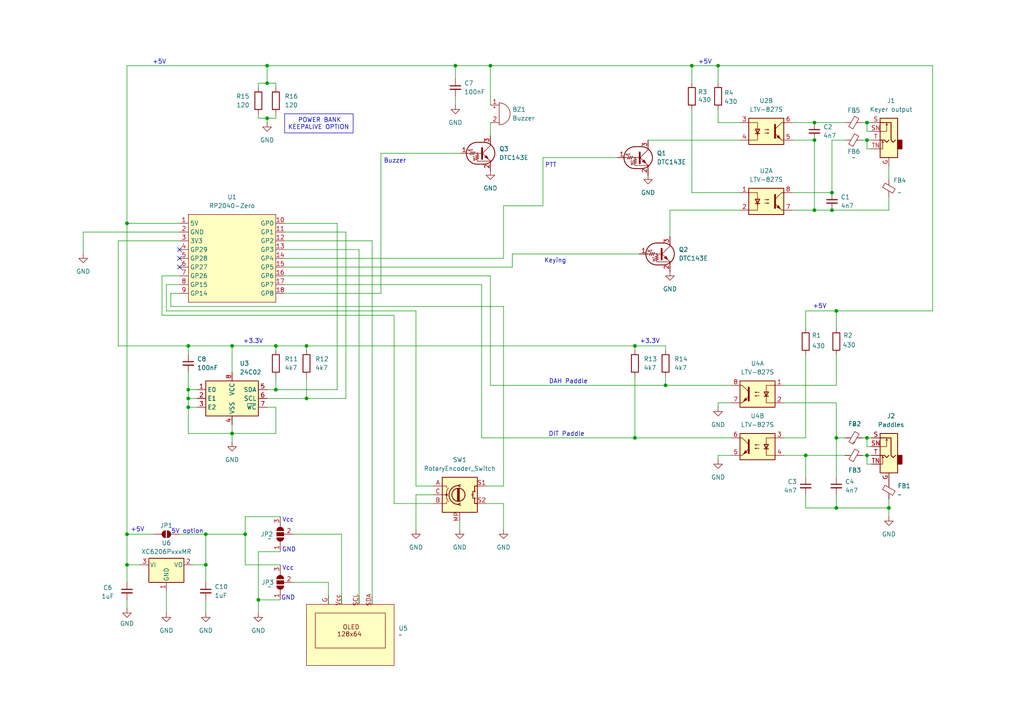
<source format=kicad_sch>
(kicad_sch (version 20250114) (generator "eeschema") (generator_version "9.0")
  (paper "A4")
  (title_block (title "KA-Keyer Pico") (date "2025-03-06") (rev "1.0"))
  (lib_symbols
    (symbol "Aliexpress:OLED_128x64"
      (property "Reference" "U" (at 0 1.016 0))
      (symbol "OLED_128x64_1_1"
        (rectangle (start -12.7 5.08) (end 12.7 -12.7) (fill (type background)))
        (rectangle (start -10.16 2.54) (end 10.16 -7.62))
        (text " OLED\n128x64" (at -0.254 -2.54 0) (effects (font (size 1.27 1.27))))
        (pin power_in line (at -6.35 5.08 90) (length 2.54) (name "") (number "G"))
        (pin power_in line (at -2.54 5.08 90) (length 2.54) (name "") (number "Vcc"))
        (pin bidirectional line (at 2.54 5.08 90) (length 2.54) (name "") (number "SCL"))
        (pin bidirectional line (at 6.35 5.08 90) (length 2.54) (name "") (number "SDA"))
      )
    )
    (symbol "Aliexpress:RP2040-Zero_Reduced"
      (property "Reference" "U" (at 0 0 0))
      (property "Value" "RP2040-Zero_Reduced" (at 0 8.89 0))
      (symbol "RP2040-Zero_Reduced_0_1"
        (rectangle (start -12.7 7.62) (end 12.7 -17.78) (fill (type background)))
      )
      (symbol "RP2040-Zero_Reduced_1_1"
        (pin power_in line (at -15.24 5.08 0) (length 2.54) (name "5V") (number "1"))
        (pin power_in line (at -15.24 2.54 0) (length 2.54) (name "GND") (number "2"))
        (pin power_in line (at -15.24 0 0) (length 2.54) (name "3V3") (number "3"))
        (pin bidirectional line (at -15.24 -2.54 0) (length 2.54) (name "GP29") (number "4"))
        (pin bidirectional line (at -15.24 -5.08 0) (length 2.54) (name "GP28") (number "5"))
        (pin bidirectional line (at -15.24 -7.62 0) (length 2.54) (name "GP27") (number "6"))
        (pin bidirectional line (at -15.24 -10.16 0) (length 2.54) (name "GP26") (number "7"))
        (pin bidirectional line (at -15.24 -12.7 0) (length 2.54) (name "GP15") (number "8"))
        (pin bidirectional line (at -15.24 -15.24 0) (length 2.54) (name "GP14") (number "9"))
        (pin bidirectional line (at 15.24 5.08 180) (length 2.54) (name "GP0") (number "10"))
        (pin bidirectional line (at 15.24 2.54 180) (length 2.54) (name "GP1") (number "11"))
        (pin bidirectional line (at 15.24 0 180) (length 2.54) (name "GP2") (number "12"))
        (pin bidirectional line (at 15.24 -2.54 180) (length 2.54) (name "GP3") (number "13"))
        (pin bidirectional line (at 15.24 -5.08 180) (length 2.54) (name "GP4") (number "14"))
        (pin bidirectional line (at 15.24 -7.62 180) (length 2.54) (name "GP5") (number "15"))
        (pin bidirectional line (at 15.24 -10.16 180) (length 2.54) (name "GP6") (number "16"))
        (pin bidirectional line (at 15.24 -12.7 180) (length 2.54) (name "GP7") (number "17"))
        (pin bidirectional line (at 15.24 -15.24 180) (length 2.54) (name "GP8") (number "18"))
      )
    )
    (symbol "Connector_Audio:AudioJack2_Ground_Switch"
      (property "Reference" "J" (at 0 11.43 0))
      (property "Value" "AudioJack2_Ground_Switch" (at 0 8.89 0))
      (symbol "AudioJack2_Ground_Switch_0_1"
        (rectangle (start -2.54 -2.54) (end -3.81 0) (stroke (width 0.254)) (fill (type outline)))
        (rectangle (start 2.54 6.35) (end -2.54 -5.08) (stroke (width 0.254)) (fill (type background)))
      )
      (symbol "AudioJack2_Ground_Switch_1_1"
        (polyline (pts (xy 0 0) (xy 0.635 -0.635) (xy 1.27 0) (xy 2.54 0)) (stroke (width 0.254)))
        (polyline (pts (xy 0.635 4.826) (xy 0.889 4.318)))
        (polyline (pts (xy 1.778 -0.254) (xy 2.032 -0.762)))
        (polyline (pts (xy 2.54 5.08) (xy -0.635 5.08) (xy -0.635 0) (xy -1.27 -0.635) (xy -1.905 0)) (stroke (width 0.254)))
        (polyline (pts (xy 2.54 2.54) (xy 0.635 2.54) (xy 0.635 4.826) (xy 0.381 4.318)))
        (polyline (pts (xy 2.54 -2.54) (xy 1.778 -2.54) (xy 1.778 -0.254) (xy 1.524 -0.762)))
        (pin passive line (at 0 -7.62 90) (length 2.54) (name "~") (number "G"))
        (pin passive line (at 5.08 5.08 180) (length 2.54) (name "~") (number "S"))
        (pin passive line (at 5.08 2.54 180) (length 2.54) (name "~") (number "SN"))
        (pin passive line (at 5.08 0 180) (length 2.54) (name "~") (number "T"))
        (pin passive line (at 5.08 -2.54 180) (length 2.54) (name "~") (number "TN"))
      )
    )
    (symbol "Device:Buzzer" (pin_names (offset 0.0254) (hide yes))
      (property "Reference" "BZ" (at 3.81 1.27 0))
      (property "Value" "Buzzer" (at 3.81 -1.27 0))
      (symbol "Buzzer_0_1"
        (polyline (pts (xy -1.651 1.905) (xy -1.143 1.905)))
        (polyline (pts (xy -1.397 2.159) (xy -1.397 1.651)))
        (arc (start 0 3.175) (mid 3.1612 0) (end 0 -3.175))
        (polyline (pts (xy 0 3.175) (xy 0 -3.175)))
      )
      (symbol "Buzzer_1_1"
        (pin passive line (at -2.54 2.54 0) (length 2.54) (name "+") (number "1"))
        (pin passive line (at -2.54 -2.54 0) (length 2.54) (name "-") (number "2"))
      )
    )
    (symbol "Device:C_Small" (pin_numbers (hide yes)) (pin_names (offset 0.254) (hide yes))
      (property "Reference" "C" (at 0.254 1.778 0))
      (property "Value" "C_Small" (at 0.254 -2.032 0))
      (symbol "C_Small_0_1"
        (polyline (pts (xy -1.524 0.508) (xy 1.524 0.508)) (stroke (width 0.3048)))
        (polyline (pts (xy -1.524 -0.508) (xy 1.524 -0.508)) (stroke (width 0.3302)))
      )
      (symbol "C_Small_1_1"
        (pin passive line (at 0 2.54 270) (length 2.032) (name "~") (number "1"))
        (pin passive line (at 0 -2.54 90) (length 2.032) (name "~") (number "2"))
      )
    )
    (symbol "Device:FerriteBead_Small" (pin_numbers (hide yes)) (pin_names (offset 0))
      (property "Reference" "FB" (at 1.905 1.27 0))
      (property "Value" "FerriteBead_Small" (at 1.905 -1.27 0))
      (symbol "FerriteBead_Small_0_1"
        (polyline (pts (xy -1.8288 0.2794) (xy -1.1176 1.4986) (xy 1.8288 -0.2032) (xy 1.1176 -1.4224) (xy -1.8288 0.2794)))
        (polyline (pts (xy 0 0.889) (xy 0 1.2954)))
        (polyline (pts (xy 0 -1.27) (xy 0 -0.7874)))
      )
      (symbol "FerriteBead_Small_1_1"
        (pin passive line (at 0 2.54 270) (length 1.27) (name "~") (number "1"))
        (pin passive line (at 0 -2.54 90) (length 1.27) (name "~") (number "2"))
      )
    )
    (symbol "Device:R" (pin_numbers (hide yes)) (pin_names (offset 0))
      (property "Reference" "R" (at 2.032 0 90))
      (property "Value" "R" (at 0 0 90))
      (symbol "R_0_1"
        (rectangle (start -1.016 -2.54) (end 1.016 2.54) (stroke (width 0.254)))
      )
      (symbol "R_1_1"
        (pin passive line (at 0 3.81 270) (length 1.27) (name "~") (number "1"))
        (pin passive line (at 0 -3.81 90) (length 1.27) (name "~") (number "2"))
      )
    )
    (symbol "Device:RotaryEncoder_Switch_MP" (pin_names (offset 0.254) (hide yes))
      (property "Reference" "SW" (at 0 8.89 0))
      (property "Value" "RotaryEncoder_Switch_MP" (at 0 6.35 0))
      (symbol "RotaryEncoder_Switch_MP_0_1"
        (rectangle (start -5.08 5.08) (end 5.08 -5.08) (stroke (width 0.254)) (fill (type background)))
        (polyline (pts (xy -5.08 2.54) (xy -3.81 2.54) (xy -3.81 2.032)))
        (polyline (pts (xy -5.08 0) (xy -3.81 0) (xy -3.81 -1.016) (xy -3.302 -2.032)))
        (polyline (pts (xy -5.08 -2.54) (xy -3.81 -2.54) (xy -3.81 -2.032)))
        (polyline (pts (xy -4.318 0) (xy -3.81 0) (xy -3.81 1.016) (xy -3.302 2.032)))
        (circle (center -3.81 0) (radius 0.254) (fill (type outline)))
        (polyline (pts (xy -0.635 -1.778) (xy -0.635 1.778)) (stroke (width 0.254)))
        (circle (center -0.381 0) (radius 1.905) (stroke (width 0.254)))
        (polyline (pts (xy -0.381 -1.778) (xy -0.381 1.778)) (stroke (width 0.254)))
        (arc (start -0.381 -2.794) (mid -3.0988 -0.0635) (end -0.381 2.667) (stroke (width 0.254)))
        (polyline (pts (xy -0.127 1.778) (xy -0.127 -1.778)) (stroke (width 0.254)))
        (polyline (pts (xy 0.254 2.921) (xy -0.508 2.667) (xy 0.127 2.286)) (stroke (width 0.254)))
        (polyline (pts (xy 0.254 -3.048) (xy -0.508 -2.794) (xy 0.127 -2.413)) (stroke (width 0.254)))
        (polyline (pts (xy 3.81 1.016) (xy 3.81 -1.016)) (stroke (width 0.254)))
        (polyline (pts (xy 3.81 0) (xy 3.429 0)) (stroke (width 0.254)))
        (circle (center 4.318 1.016) (radius 0.127) (stroke (width 0.254)))
        (circle (center 4.318 -1.016) (radius 0.127) (stroke (width 0.254)))
        (polyline (pts (xy 5.08 2.54) (xy 4.318 2.54) (xy 4.318 1.016)) (stroke (width 0.254)))
        (polyline (pts (xy 5.08 -2.54) (xy 4.318 -2.54) (xy 4.318 -1.016)) (stroke (width 0.254)))
      )
      (symbol "RotaryEncoder_Switch_MP_1_1"
        (pin passive line (at -7.62 2.54 0) (length 2.54) (name "A") (number "A"))
        (pin passive line (at -7.62 0 0) (length 2.54) (name "C") (number "C"))
        (pin passive line (at -7.62 -2.54 0) (length 2.54) (name "B") (number "B"))
        (pin passive line (at 0 -7.62 90) (length 2.54) (name "MP") (number "MP"))
        (pin passive line (at 7.62 2.54 180) (length 2.54) (name "S1") (number "S1"))
        (pin passive line (at 7.62 -2.54 180) (length 2.54) (name "S2") (number "S2"))
      )
    )
    (symbol "Isolator:LTV-827S" (pin_names (offset 1.016))
      (property "Reference" "U" (at -3.81 5.08 0))
      (property "Value" "LTV-827S" (at 0 -5.08 0))
      (symbol "LTV-827S_0_1"
        (rectangle (start -5.08 3.81) (end 5.08 -3.81) (stroke (width 0.254)) (fill (type background)))
        (polyline (pts (xy -5.08 2.54) (xy -2.54 2.54) (xy -2.54 -1.27) (xy -2.54 0.635)))
        (polyline (pts (xy -3.175 -0.635) (xy -1.905 -0.635)) (stroke (width 0.254)))
        (polyline (pts (xy -2.54 -0.635) (xy -2.54 -2.54) (xy -5.08 -2.54)))
        (polyline (pts (xy -2.54 -0.635) (xy -3.175 0.635) (xy -1.905 0.635) (xy -2.54 -0.635)) (stroke (width 0.254)))
        (polyline (pts (xy -0.508 0.508) (xy 0.762 0.508) (xy 0.381 0.381) (xy 0.381 0.635) (xy 0.762 0.508)))
        (polyline (pts (xy -0.508 -0.508) (xy 0.762 -0.508) (xy 0.381 -0.635) (xy 0.381 -0.381) (xy 0.762 -0.508)))
        (polyline (pts (xy 2.54 1.905) (xy 2.54 -1.905) (xy 2.54 -1.905)) (stroke (width 0.508)))
        (polyline (pts (xy 2.54 0.635) (xy 4.445 2.54)))
        (polyline (pts (xy 3.048 -1.651) (xy 3.556 -1.143) (xy 4.064 -2.159) (xy 3.048 -1.651) (xy 3.048 -1.651)) (fill (type outline)))
        (polyline (pts (xy 4.445 2.54) (xy 5.08 2.54)))
        (polyline (pts (xy 4.445 -2.54) (xy 2.54 -0.635)) (fill (type outline)))
        (polyline (pts (xy 4.445 -2.54) (xy 5.08 -2.54)))
      )
      (symbol "LTV-827S_1_1"
        (pin passive line (at -7.62 2.54 0) (length 2.54) (name "~") (number "1"))
        (pin passive line (at -7.62 -2.54 0) (length 2.54) (name "~") (number "2"))
        (pin passive line (at 7.62 2.54 180) (length 2.54) (name "~") (number "8"))
        (pin passive line (at 7.62 -2.54 180) (length 2.54) (name "~") (number "7"))
      )
      (symbol "LTV-827S_2_1"
        (pin passive line (at -7.62 2.54 0) (length 2.54) (name "~") (number "3"))
        (pin passive line (at -7.62 -2.54 0) (length 2.54) (name "~") (number "4"))
        (pin passive line (at 7.62 2.54 180) (length 2.54) (name "~") (number "6"))
        (pin passive line (at 7.62 -2.54 180) (length 2.54) (name "~") (number "5"))
      )
    )
    (symbol "Jumper:SolderJumper_2_Open" (pin_numbers (hide yes)) (pin_names (offset 0) (hide yes)) (exclude_from_sim yes) (in_bom no)
      (property "Reference" "JP" (at 0 2.032 0))
      (property "Value" "SolderJumper_2_Open" (at 0 -2.54 0))
      (symbol "SolderJumper_2_Open_0_1"
        (polyline (pts (xy -0.254 1.016) (xy -0.254 -1.016)))
        (arc (start -0.254 -1.016) (mid -1.2656 0) (end -0.254 1.016))
        (arc (start -0.254 -1.016) (mid -1.2656 0) (end -0.254 1.016) (fill (type outline)))
        (arc (start 0.254 1.016) (mid 1.2656 0) (end 0.254 -1.016))
        (arc (start 0.254 1.016) (mid 1.2656 0) (end 0.254 -1.016) (fill (type outline)))
        (polyline (pts (xy 0.254 1.016) (xy 0.254 -1.016)))
      )
      (symbol "SolderJumper_2_Open_1_1"
        (pin passive line (at -3.81 0 0) (length 2.54) (name "A") (number "1"))
        (pin passive line (at 3.81 0 180) (length 2.54) (name "B") (number "2"))
      )
    )
    (symbol "Jumper:SolderJumper_3_Open" (pin_names (offset 0) (hide yes)) (exclude_from_sim yes) (in_bom no)
      (property "Reference" "JP" (at -2.54 -2.54 0))
      (property "Value" "SolderJumper_3_Open" (at 0 2.794 0))
      (symbol "SolderJumper_3_Open_0_1"
        (polyline (pts (xy -2.54 0) (xy -2.032 0)))
        (polyline (pts (xy -1.016 1.016) (xy -1.016 -1.016)))
        (arc (start -1.016 -1.016) (mid -2.0276 0) (end -1.016 1.016))
        (arc (start -1.016 -1.016) (mid -2.0276 0) (end -1.016 1.016) (fill (type outline)))
        (rectangle (start -0.508 1.016) (end 0.508 -1.016) (fill (type outline)))
        (polyline (pts (xy 0 -1.27) (xy 0 -1.016)))
        (arc (start 1.016 1.016) (mid 2.0276 0) (end 1.016 -1.016))
        (arc (start 1.016 1.016) (mid 2.0276 0) (end 1.016 -1.016) (fill (type outline)))
        (polyline (pts (xy 1.016 1.016) (xy 1.016 -1.016)))
        (polyline (pts (xy 2.54 0) (xy 2.032 0)))
      )
      (symbol "SolderJumper_3_Open_1_1"
        (pin passive line (at -5.08 0 0) (length 2.54) (name "A") (number "1"))
        (pin passive line (at 0 -3.81 90) (length 2.54) (name "C") (number "2"))
        (pin passive line (at 5.08 0 180) (length 2.54) (name "B") (number "3"))
      )
    )
    (symbol "Memory_EEPROM:M24C02-FMN"
      (property "Reference" "U" (at -6.35 6.35 0))
      (property "Value" "M24C02-FMN" (at 7.62 6.35 0))
      (symbol "M24C02-FMN_0_1"
        (rectangle (start -7.62 5.08) (end 7.62 -5.08) (stroke (width 0.254)) (fill (type background)))
      )
      (symbol "M24C02-FMN_1_1"
        (pin input line (at -10.16 2.54 0) (length 2.54) (name "E0") (number "1"))
        (pin input line (at -10.16 0 0) (length 2.54) (name "E1") (number "2"))
        (pin input line (at -10.16 -2.54 0) (length 2.54) (name "E2") (number "3"))
        (pin power_in line (at 0 7.62 270) (length 2.54) (name "VCC") (number "8"))
        (pin power_in line (at 0 -7.62 90) (length 2.54) (name "VSS") (number "4"))
        (pin bidirectional line (at 10.16 2.54 180) (length 2.54) (name "SDA") (number "5"))
        (pin input line (at 10.16 0 180) (length 2.54) (name "SCL") (number "6"))
        (pin input line (at 10.16 -2.54 180) (length 2.54) (name "~{WC}") (number "7"))
      )
    )
    (symbol "Regulator_Linear:XC6206PxxxMR" (pin_names (offset 0.254))
      (property "Reference" "U" (at -3.81 3.175 0))
      (property "Value" "XC6206PxxxMR" (at 0 3.175 0))
      (symbol "XC6206PxxxMR_0_1"
        (rectangle (start -5.08 1.905) (end 5.08 -5.08) (stroke (width 0.254)) (fill (type background)))
      )
      (symbol "XC6206PxxxMR_1_1"
        (pin power_in line (at -7.62 0 0) (length 2.54) (name "VI") (number "3"))
        (pin power_in line (at 0 -7.62 90) (length 2.54) (name "GND") (number "1"))
        (pin power_out line (at 7.62 0 180) (length 2.54) (name "VO") (number "2"))
      )
    )
    (symbol "Transistor_BJT:DTC143E" (pin_names (offset 0) (hide yes))
      (property "Reference" "Q" (at 5.08 1.905 0))
      (property "Value" "DTC143E" (at 5.08 0 0))
      (symbol "DTC143E_0_0"
        (text "4k7" (at -3.302 0.889 0) (effects (font (size 0.508 0.508))))
        (text "4k7" (at -2.159 -1.524 900) (effects (font (size 0.508 0.508))))
      )
      (symbol "DTC143E_0_1"
        (polyline (pts (xy -3.429 0) (xy -3.81 0)))
        (polyline (pts (xy -1.27 3.175) (xy 0.635 3.175)) (stroke (width 0.254)))
        (circle (center -1.27 0) (radius 0.127))
        (polyline (pts (xy -1.27 0) (xy -1.27 -0.381) (xy -0.762 -0.508) (xy -1.778 -0.762) (xy -0.762 -1.016) (xy -1.778 -1.27) (xy -0.762 -1.524) (xy -1.778 -1.778) (xy -1.27 -1.905) (xy -1.27 -2.286) (xy 2.54 -2.286)))
        (polyline (pts (xy -1.27 -3.175) (xy 0.635 -3.175)) (stroke (width 0.254)))
        (arc (start -1.27 -3.175) (mid -4.4312 0) (end -1.27 3.175) (stroke (width 0.254)))
        (polyline (pts (xy 0 0) (xy -1.905 0) (xy -2.032 0.508) (xy -2.286 -0.508) (xy -2.54 0.508) (xy -2.794 -0.508) (xy -3.048 0.508) (xy -3.302 -0.508) (xy -3.429 0)))
        (polyline (pts (xy 0 -0.254) (xy 2.54 2.286)))
        (polyline (pts (xy 0.127 1.524) (xy 0.127 -1.651)) (stroke (width 0.508)) (fill (type outline)))
        (arc (start 0.635 3.175) (mid 3.7962 0) (end 0.635 -3.175) (stroke (width 0.254)))
        (polyline (pts (xy 0.889 -1.143) (xy 1.397 -0.635) (xy 1.905 -1.651) (xy 0.889 -1.143)) (fill (type outline)))
        (polyline (pts (xy 2.54 2.286) (xy 2.54 2.54)))
        (polyline (pts (xy 2.54 -2.286) (xy 0 0.254) (xy 0 0.254)))
        (circle (center 2.54 -2.286) (radius 0.127))
      )
      (symbol "DTC143E_1_1"
        (pin input line (at -6.35 0 0) (length 2.54) (name "B") (number "1"))
        (pin passive line (at 2.54 5.08 270) (length 2.54) (name "C") (number "3"))
        (pin passive line (at 2.54 -5.08 90) (length 2.54) (name "E") (number "2"))
      )
    )
    (symbol "power:GND" (power) (pin_numbers (hide yes)) (pin_names (offset 0) (hide yes))
      (property "Value" "GND" (at 0 -3.81 0))
      (symbol "GND_0_1"
        (polyline (pts (xy 0 0) (xy 0 -1.27) (xy 1.27 -1.27) (xy 0 -2.54) (xy -1.27 -1.27) (xy 0 -1.27)))
      )
      (symbol "GND_1_1"
        (pin power_in line (at 0 0 270) (length 0) (name "~") (number "1"))
      )
    )
  )
  (text "DAH Paddle" (at 164.846 110.744 0) (effects (font (size 1.27 1.27))))
  (text "DIT Paddle" (at 164.338 125.984 0) (effects (font (size 1.27 1.27))))
  (text "Vcc" (at 83.566 150.876 0) (effects (font (size 1.27 1.27))))
  (text "+3.3V" (at 188.468 99.06 0) (effects (font (size 1.27 1.27))))
  (text "GND" (at 83.566 173.482 0) (effects (font (size 1.27 1.27))))
  (text "+5V" (at 237.744 88.9 0) (effects (font (size 1.27 1.27))))
  (text "Vcc" (at 83.566 164.846 0) (effects (font (size 1.27 1.27))))
  (text "Keying" (at 161.036 75.692 0) (effects (font (size 1.27 1.27))))
  (text "GND" (at 83.82 159.512 0) (effects (font (size 1.27 1.27))))
  (text "PTT" (at 159.766 48.006 0) (effects (font (size 1.27 1.27))))
  (text "+3.3V" (at 73.406 99.06 0) (effects (font (size 1.27 1.27))))
  (text "+5V" (at 39.878 153.67 0) (effects (font (size 1.27 1.27))))
  (text "5V option\n" (at 54.356 154.178 0) (effects (font (size 1.27 1.27))))
  (text "+5V" (at 46.228 18.034 0) (effects (font (size 1.27 1.27))))
  (text "Buzzer" (at 114.554 46.736 0) (effects (font (size 1.27 1.27))))
  (text "+5V" (at 204.47 18.034 0) (effects (font (size 1.27 1.27))))
  (text_box "   POWER BANK\nKEEPALIVE OPTION" (at 82.55 33.02 0) (size 19.8716 5.5381) (margins 0.9525 0.9525 0.9525 0.9525) (effects (font (size 1.27 1.27)) (justify left top)))
  (junction (at 59.69 154.94))
  (junction (at 251.46 40.64))
  (junction (at 184.15 100.33))
  (junction (at 77.47 24.13))
  (junction (at 71.12 154.94))
  (junction (at 80.01 113.03))
  (junction (at 236.22 40.64))
  (junction (at 142.24 19.05))
  (junction (at 77.47 34.29))
  (junction (at 241.3 60.96))
  (junction (at 236.22 60.96))
  (junction (at 54.61 118.11))
  (junction (at 242.57 147.32))
  (junction (at 54.61 100.33))
  (junction (at 251.46 35.56))
  (junction (at 36.83 64.77))
  (junction (at 54.61 113.03))
  (junction (at 54.61 115.57))
  (junction (at 242.57 90.17))
  (junction (at 67.31 100.33))
  (junction (at 251.46 132.08))
  (junction (at 132.08 19.05))
  (junction (at 59.69 163.83))
  (junction (at 208.28 19.05))
  (junction (at 200.66 19.05))
  (junction (at 36.83 163.83))
  (junction (at 67.31 125.73))
  (junction (at 242.57 127))
  (junction (at 233.68 132.08))
  (junction (at 36.83 154.94))
  (junction (at 88.9 100.33))
  (junction (at 80.01 100.33))
  (junction (at 236.22 35.56))
  (junction (at 193.04 111.76))
  (junction (at 241.3 55.88))
  (junction (at 77.47 19.05))
  (junction (at 74.93 173.99))
  (junction (at 88.9 115.57))
  (junction (at 257.81 147.32))
  (junction (at 184.15 127))
  (junction (at 251.46 127))
  (no_connect (at 52.07 74.93))
  (no_connect (at 52.07 77.47))
  (no_connect (at 52.07 72.39))
  (wire (pts (xy 71.12 154.94) (xy 71.12 163.83)))
  (wire (pts (xy 97.79 64.77) (xy 82.55 64.77)))
  (wire (pts (xy 120.65 143.51) (xy 125.73 143.51)))
  (wire (pts (xy 77.47 115.57) (xy 88.9 115.57)))
  (wire (pts (xy 241.3 40.64) (xy 245.11 40.64)))
  (wire (pts (xy 120.65 140.97) (xy 120.65 90.17)))
  (wire (pts (xy 184.15 100.33) (xy 88.9 100.33)))
  (wire (pts (xy 208.28 19.05) (xy 270.51 19.05)))
  (wire (pts (xy 71.12 149.86) (xy 71.12 154.94)))
  (wire (pts (xy 227.33 111.76) (xy 242.57 111.76)))
  (wire (pts (xy 146.05 146.05) (xy 146.05 153.67)))
  (wire (pts (xy 157.48 45.72) (xy 179.07 45.72)))
  (wire (pts (xy 48.26 90.17) (xy 48.26 82.55)))
  (wire (pts (xy 74.93 25.4) (xy 74.93 24.13)))
  (wire (pts (xy 208.28 118.11) (xy 208.28 116.84)))
  (wire (pts (xy 74.93 160.02) (xy 74.93 173.99)))
  (wire (pts (xy 100.33 115.57) (xy 88.9 115.57)))
  (wire (pts (xy 208.28 24.13) (xy 208.28 19.05)))
  (wire (pts (xy 54.61 113.03) (xy 57.15 113.03)))
  (wire (pts (xy 229.87 60.96) (xy 236.22 60.96)))
  (wire (pts (xy 250.19 40.64) (xy 251.46 40.64)))
  (wire (pts (xy 241.3 60.96) (xy 236.22 60.96)))
  (wire (pts (xy 139.7 127) (xy 139.7 82.55)))
  (wire (pts (xy 184.15 100.33) (xy 184.15 101.6)))
  (wire (pts (xy 54.61 107.95) (xy 54.61 113.03)))
  (wire (pts (xy 229.87 55.88) (xy 241.3 55.88)))
  (wire (pts (xy 67.31 123.19) (xy 67.31 125.73)))
  (wire (pts (xy 132.08 22.86) (xy 132.08 19.05)))
  (wire (pts (xy 74.93 173.99) (xy 81.28 173.99)))
  (wire (pts (xy 233.68 147.32) (xy 233.68 143.51)))
  (wire (pts (xy 54.61 115.57) (xy 54.61 118.11)))
  (wire (pts (xy 80.01 125.73) (xy 67.31 125.73)))
  (wire (pts (xy 114.3 91.44) (xy 46.99 91.44)))
  (wire (pts (xy 251.46 132.08) (xy 252.73 132.08)))
  (wire (pts (xy 24.13 67.31) (xy 52.07 67.31)))
  (wire (pts (xy 77.47 113.03) (xy 80.01 113.03)))
  (wire (pts (xy 132.08 27.94) (xy 132.08 30.48)))
  (wire (pts (xy 85.09 168.91) (xy 95.25 168.91)))
  (wire (pts (xy 227.33 127) (xy 233.68 127)))
  (wire (pts (xy 48.26 82.55) (xy 52.07 82.55)))
  (wire (pts (xy 242.57 116.84) (xy 242.57 127)))
  (wire (pts (xy 67.31 125.73) (xy 54.61 125.73)))
  (wire (pts (xy 36.83 19.05) (xy 36.83 64.77)))
  (wire (pts (xy 54.61 115.57) (xy 57.15 115.57)))
  (wire (pts (xy 208.28 35.56) (xy 214.63 35.56)))
  (wire (pts (xy 104.14 72.39) (xy 104.14 175.26)))
  (wire (pts (xy 200.66 19.05) (xy 200.66 24.13)))
  (wire (pts (xy 67.31 125.73) (xy 67.31 128.27)))
  (wire (pts (xy 97.79 113.03) (xy 80.01 113.03)))
  (wire (pts (xy 107.95 69.85) (xy 82.55 69.85)))
  (wire (pts (xy 48.26 171.45) (xy 48.26 177.8)))
  (wire (pts (xy 77.47 19.05) (xy 132.08 19.05)))
  (wire (pts (xy 52.07 69.85) (xy 34.29 69.85)))
  (wire (pts (xy 77.47 118.11) (xy 80.01 118.11)))
  (wire (pts (xy 146.05 59.69) (xy 157.48 59.69)))
  (wire (pts (xy 59.69 163.83) (xy 59.69 168.91)))
  (wire (pts (xy 49.53 85.09) (xy 52.07 85.09)))
  (wire (pts (xy 208.28 31.75) (xy 208.28 35.56)))
  (wire (pts (xy 132.08 19.05) (xy 142.24 19.05)))
  (wire (pts (xy 67.31 100.33) (xy 67.31 107.95)))
  (wire (pts (xy 140.97 146.05) (xy 146.05 146.05)))
  (wire (pts (xy 242.57 127) (xy 245.11 127)))
  (wire (pts (xy 250.19 132.08) (xy 251.46 132.08)))
  (wire (pts (xy 252.73 129.54) (xy 251.46 129.54)))
  (wire (pts (xy 54.61 118.11) (xy 57.15 118.11)))
  (wire (pts (xy 71.12 163.83) (xy 81.28 163.83)))
  (wire (pts (xy 46.99 80.01) (xy 52.07 80.01)))
  (wire (pts (xy 148.59 77.47) (xy 148.59 73.66)))
  (wire (pts (xy 233.68 127) (xy 233.68 102.87)))
  (wire (pts (xy 251.46 134.62) (xy 251.46 132.08)))
  (wire (pts (xy 146.05 140.97) (xy 146.05 88.9)))
  (wire (pts (xy 227.33 116.84) (xy 242.57 116.84)))
  (wire (pts (xy 114.3 146.05) (xy 114.3 91.44)))
  (wire (pts (xy 142.24 111.76) (xy 193.04 111.76)))
  (wire (pts (xy 208.28 132.08) (xy 212.09 132.08)))
  (wire (pts (xy 80.01 34.29) (xy 80.01 33.02)))
  (wire (pts (xy 142.24 19.05) (xy 200.66 19.05)))
  (wire (pts (xy 252.73 43.18) (xy 251.46 43.18)))
  (wire (pts (xy 52.07 154.94) (xy 59.69 154.94)))
  (wire (pts (xy 80.01 100.33) (xy 80.01 101.6)))
  (wire (pts (xy 251.46 40.64) (xy 252.73 40.64)))
  (wire (pts (xy 54.61 100.33) (xy 67.31 100.33)))
  (wire (pts (xy 242.57 147.32) (xy 257.81 147.32)))
  (wire (pts (xy 107.95 69.85) (xy 107.95 175.26)))
  (wire (pts (xy 270.51 90.17) (xy 242.57 90.17)))
  (wire (pts (xy 252.73 38.1) (xy 251.46 38.1)))
  (wire (pts (xy 200.66 19.05) (xy 208.28 19.05)))
  (wire (pts (xy 200.66 55.88) (xy 214.63 55.88)))
  (wire (pts (xy 110.49 44.45) (xy 133.35 44.45)))
  (wire (pts (xy 242.57 90.17) (xy 242.57 95.25)))
  (wire (pts (xy 250.19 35.56) (xy 251.46 35.56)))
  (wire (pts (xy 242.57 90.17) (xy 233.68 90.17)))
  (wire (pts (xy 100.33 67.31) (xy 82.55 67.31)))
  (wire (pts (xy 88.9 100.33) (xy 80.01 100.33)))
  (wire (pts (xy 52.07 64.77) (xy 36.83 64.77)))
  (wire (pts (xy 100.33 115.57) (xy 100.33 67.31)))
  (wire (pts (xy 251.46 38.1) (xy 251.46 35.56)))
  (wire (pts (xy 74.93 33.02) (xy 74.93 34.29)))
  (wire (pts (xy 54.61 102.87) (xy 54.61 100.33)))
  (wire (pts (xy 77.47 19.05) (xy 77.47 24.13)))
  (wire (pts (xy 257.81 57.15) (xy 257.81 60.96)))
  (wire (pts (xy 193.04 109.22) (xy 193.04 111.76)))
  (wire (pts (xy 233.68 147.32) (xy 242.57 147.32)))
  (wire (pts (xy 142.24 30.48) (xy 142.24 19.05)))
  (wire (pts (xy 146.05 88.9) (xy 49.53 88.9)))
  (wire (pts (xy 71.12 149.86) (xy 81.28 149.86)))
  (wire (pts (xy 257.81 144.78) (xy 257.81 147.32)))
  (wire (pts (xy 59.69 154.94) (xy 71.12 154.94)))
  (wire (pts (xy 36.83 19.05) (xy 77.47 19.05)))
  (wire (pts (xy 77.47 24.13) (xy 80.01 24.13)))
  (wire (pts (xy 148.59 73.66) (xy 185.42 73.66)))
  (wire (pts (xy 82.55 77.47) (xy 148.59 77.47)))
  (wire (pts (xy 242.57 127) (xy 242.57 138.43)))
  (wire (pts (xy 110.49 85.09) (xy 110.49 44.45)))
  (wire (pts (xy 36.83 64.77) (xy 36.83 154.94)))
  (wire (pts (xy 257.81 48.26) (xy 257.81 52.07)))
  (wire (pts (xy 36.83 163.83) (xy 40.64 163.83)))
  (wire (pts (xy 187.96 40.64) (xy 214.63 40.64)))
  (wire (pts (xy 252.73 134.62) (xy 251.46 134.62)))
  (wire (pts (xy 120.65 140.97) (xy 125.73 140.97)))
  (wire (pts (xy 133.35 151.13) (xy 133.35 153.67)))
  (wire (pts (xy 241.3 60.96) (xy 257.81 60.96)))
  (wire (pts (xy 46.99 91.44) (xy 46.99 80.01)))
  (wire (pts (xy 142.24 111.76) (xy 142.24 80.01)))
  (wire (pts (xy 95.25 168.91) (xy 95.25 175.26)))
  (wire (pts (xy 80.01 24.13) (xy 80.01 25.4)))
  (wire (pts (xy 233.68 90.17) (xy 233.68 95.25)))
  (wire (pts (xy 142.24 80.01) (xy 82.55 80.01)))
  (wire (pts (xy 251.46 127) (xy 252.73 127)))
  (wire (pts (xy 74.93 24.13) (xy 77.47 24.13)))
  (wire (pts (xy 194.31 60.96) (xy 214.63 60.96)))
  (wire (pts (xy 104.14 72.39) (xy 82.55 72.39)))
  (wire (pts (xy 157.48 59.69) (xy 157.48 45.72)))
  (wire (pts (xy 236.22 40.64) (xy 236.22 60.96)))
  (wire (pts (xy 88.9 101.6) (xy 88.9 100.33)))
  (wire (pts (xy 36.83 154.94) (xy 44.45 154.94)))
  (wire (pts (xy 236.22 35.56) (xy 245.11 35.56)))
  (wire (pts (xy 80.01 100.33) (xy 67.31 100.33)))
  (wire (pts (xy 34.29 100.33) (xy 54.61 100.33)))
  (wire (pts (xy 36.83 154.94) (xy 36.83 163.83)))
  (wire (pts (xy 250.19 127) (xy 251.46 127)))
  (wire (pts (xy 80.01 118.11) (xy 80.01 125.73)))
  (wire (pts (xy 139.7 127) (xy 184.15 127)))
  (wire (pts (xy 233.68 132.08) (xy 233.68 138.43)))
  (wire (pts (xy 120.65 90.17) (xy 48.26 90.17)))
  (wire (pts (xy 85.09 154.94) (xy 99.06 154.94)))
  (wire (pts (xy 54.61 113.03) (xy 54.61 115.57)))
  (wire (pts (xy 242.57 143.51) (xy 242.57 147.32)))
  (wire (pts (xy 184.15 127) (xy 212.09 127)))
  (wire (pts (xy 139.7 82.55) (xy 82.55 82.55)))
  (wire (pts (xy 251.46 35.56) (xy 252.73 35.56)))
  (wire (pts (xy 229.87 35.56) (xy 236.22 35.56)))
  (wire (pts (xy 251.46 129.54) (xy 251.46 127)))
  (wire (pts (xy 229.87 40.64) (xy 236.22 40.64)))
  (wire (pts (xy 77.47 34.29) (xy 80.01 34.29)))
  (wire (pts (xy 36.83 173.99) (xy 36.83 176.53)))
  (wire (pts (xy 74.93 177.8) (xy 74.93 173.99)))
  (wire (pts (xy 193.04 111.76) (xy 212.09 111.76)))
  (wire (pts (xy 257.81 147.32) (xy 257.81 149.86)))
  (wire (pts (xy 242.57 111.76) (xy 242.57 102.87)))
  (wire (pts (xy 146.05 74.93) (xy 146.05 59.69)))
  (wire (pts (xy 184.15 109.22) (xy 184.15 127)))
  (wire (pts (xy 146.05 140.97) (xy 140.97 140.97)))
  (wire (pts (xy 49.53 88.9) (xy 49.53 85.09)))
  (wire (pts (xy 142.24 35.56) (xy 142.24 39.37)))
  (wire (pts (xy 120.65 153.67) (xy 120.65 143.51)))
  (wire (pts (xy 59.69 173.99) (xy 59.69 177.8)))
  (wire (pts (xy 194.31 60.96) (xy 194.31 68.58)))
  (wire (pts (xy 80.01 113.03) (xy 80.01 109.22)))
  (wire (pts (xy 208.28 116.84) (xy 212.09 116.84)))
  (wire (pts (xy 54.61 118.11) (xy 54.61 125.73)))
  (wire (pts (xy 55.88 163.83) (xy 59.69 163.83)))
  (wire (pts (xy 193.04 101.6) (xy 193.04 100.33)))
  (wire (pts (xy 74.93 34.29) (xy 77.47 34.29)))
  (wire (pts (xy 251.46 43.18) (xy 251.46 40.64)))
  (wire (pts (xy 208.28 133.35) (xy 208.28 132.08)))
  (wire (pts (xy 233.68 132.08) (xy 245.11 132.08)))
  (wire (pts (xy 227.33 132.08) (xy 233.68 132.08)))
  (wire (pts (xy 97.79 113.03) (xy 97.79 64.77)))
  (wire (pts (xy 36.83 163.83) (xy 36.83 168.91)))
  (wire (pts (xy 34.29 69.85) (xy 34.29 100.33)))
  (wire (pts (xy 59.69 154.94) (xy 59.69 163.83)))
  (wire (pts (xy 24.13 73.66) (xy 24.13 67.31)))
  (wire (pts (xy 74.93 160.02) (xy 81.28 160.02)))
  (wire (pts (xy 193.04 100.33) (xy 184.15 100.33)))
  (wire (pts (xy 82.55 85.09) (xy 110.49 85.09)))
  (wire (pts (xy 99.06 154.94) (xy 99.06 175.26)))
  (wire (pts (xy 200.66 55.88) (xy 200.66 31.75)))
  (wire (pts (xy 77.47 34.29) (xy 77.47 35.56)))
  (wire (pts (xy 82.55 74.93) (xy 146.05 74.93)))
  (wire (pts (xy 241.3 40.64) (xy 241.3 55.88)))
  (wire (pts (xy 270.51 19.05) (xy 270.51 90.17)))
  (wire (pts (xy 114.3 146.05) (xy 125.73 146.05)))
  (wire (pts (xy 88.9 115.57) (xy 88.9 109.22)))
  (symbol (lib_id "Connector_Audio:AudioJack2_Ground_Switch") (at 257.81 132.08 0) (mirror y) (unit 1)
    (property "Reference" "J2" (at 258.445 120.65 0))
    (property "Value" "Paddles" (at 258.445 123.19 0))
    (property "Footprint" "Aliexpress:AUDIO-JACK" (effects (hide yes)))
    (property "Description" "Audio Jack, 2 Poles (Mono / TS), Grounded Sleeve, Switched Pole (Normalling)" (effects (hide yes)))
  )
  (symbol (lib_id "Device:C_Small") (at 242.57 140.97 0) (unit 1)
    (property "Reference" "C4" (at 245.11 139.7062 0) (effects (justify left)))
    (property "Value" "4n7" (at 245.11 142.2462 0) (effects (justify left)))
    (property "Footprint" "Capacitor_SMD:C_0805_2012Metric_Pad1.18x1.45mm_HandSolder" (effects (hide yes)))
    (property "Description" "Unpolarized capacitor, small symbol" (effects (hide yes)))
  )
  (symbol (lib_id "Device:R") (at 193.04 105.41 0) (unit 1)
    (property "Reference" "R14" (at 195.58 104.1399 0) (effects (justify left)))
    (property "Value" "4k7" (at 195.58 106.6799 0) (effects (justify left)))
    (property "Footprint" "Resistor_SMD:R_0805_2012Metric_Pad1.20x1.40mm_HandSolder" (effects (hide yes)))
    (property "Description" "Resistor" (effects (hide yes)))
  )
  (symbol (lib_id "Isolator:LTV-827S") (at 219.71 114.3 0) (mirror y) (unit 1)
    (property "Reference" "U4" (at 219.71 105.41 0))
    (property "Value" "LTV-827S" (at 219.71 107.95 0))
    (property "Footprint" "Package_DIP:SMDIP-8_W9.53mm" (effects (hide yes)))
    (property "Datasheet" "http://www.us.liteon.com/downloads/LTV-817-827-847.PDF" (effects (hide yes)))
    (property "Description" "DC Optocoupler, Vce 35V, CTR 50%, SMDIP-8" (effects (hide yes)))
  )
  (symbol (lib_id "power:GND") (at 187.96 50.8 0) (unit 1)
    (property "Reference" "#PWR04" (effects (hide yes)))
    (property "Value" "GND" (at 187.96 55.88 0))
    (property "Description" "Power symbol creates a global label with name \"GND\" , ground" (effects (hide yes)))
  )
  (symbol (lib_id "power:GND") (at 133.35 153.67 0) (unit 1)
    (property "Reference" "#PWR020" (effects (hide yes)))
    (property "Value" "GND" (at 133.35 158.75 0))
    (property "Description" "Power symbol creates a global label with name \"GND\" , ground" (effects (hide yes)))
  )
  (symbol (lib_id "Device:FerriteBead_Small") (at 247.65 132.08 270) (unit 1)
    (property "Reference" "FB3" (at 247.904 136.398 90))
    (property "Value" "~" (at 247.6881 128.27 90))
    (property "Footprint" "Capacitor_SMD:C_0805_2012Metric_Pad1.18x1.45mm_HandSolder" (effects (hide yes)))
    (property "Description" "Ferrite bead, small symbol" (effects (hide yes)))
  )
  (symbol (lib_id "Device:FerriteBead_Small") (at 247.65 40.64 90) (unit 1)
    (property "Reference" "FB6" (at 247.65 43.942 90))
    (property "Value" "~" (at 247.65 45.72 90))
    (property "Footprint" "Capacitor_SMD:C_0805_2012Metric_Pad1.18x1.45mm_HandSolder" (effects (hide yes)))
    (property "Description" "Ferrite bead, small symbol" (effects (hide yes)))
  )
  (symbol (lib_id "Jumper:SolderJumper_3_Open") (at 81.28 168.91 90) (unit 1) (in_bom no)
    (property "Reference" "JP3" (at 79.502 168.91 90) (effects (justify left)))
    (property "Value" "~" (at 78.74 170.1799 90) (effects (justify left)))
    (property "Footprint" "Jumper:SolderJumper-3_P1.3mm_Open_RoundedPad1.0x1.5mm" (effects (hide yes)))
    (property "Description" "Solder Jumper, 3-pole, open" (effects (hide yes)))
  )
  (symbol (lib_id "Isolator:LTV-827S") (at 222.25 58.42 0) (unit 1)
    (property "Reference" "U2" (at 222.25 49.53 0))
    (property "Value" "LTV-827S" (at 222.25 52.07 0))
    (property "Footprint" "Package_DIP:SMDIP-8_W9.53mm" (effects (hide yes)))
    (property "Datasheet" "http://www.us.liteon.com/downloads/LTV-817-827-847.PDF" (effects (hide yes)))
    (property "Description" "DC Optocoupler, Vce 35V, CTR 50%, SMDIP-8" (effects (hide yes)))
  )
  (symbol (lib_id "power:GND") (at 36.83 176.53 0) (unit 1)
    (property "Reference" "#PWR03" (effects (hide yes)))
    (property "Value" "GND" (at 36.83 180.848 0))
    (property "Description" "Power symbol creates a global label with name \"GND\" , ground" (effects (hide yes)))
  )
  (symbol (lib_id "Device:R") (at 80.01 29.21 0) (unit 1)
    (property "Reference" "R16" (at 82.55 27.9399 0) (effects (justify left)))
    (property "Value" "120" (at 82.55 30.4799 0) (effects (justify left)))
    (property "Footprint" "Resistor_THT:R_Axial_DIN0207_L6.3mm_D2.5mm_P10.16mm_Horizontal" (effects (hide yes)))
    (property "Description" "Resistor" (effects (hide yes)))
  )
  (symbol (lib_id "Device:C_Small") (at 132.08 25.4 0) (unit 1)
    (property "Reference" "C7" (at 134.62 24.1362 0) (effects (justify left)))
    (property "Value" "100nF" (at 134.62 26.6762 0) (effects (justify left)))
    (property "Footprint" "Capacitor_SMD:C_0805_2012Metric_Pad1.18x1.45mm_HandSolder" (effects (hide yes)))
    (property "Description" "Unpolarized capacitor, small symbol" (effects (hide yes)))
  )
  (symbol (lib_id "Device:R") (at 88.9 105.41 0) (unit 1)
    (property "Reference" "R12" (at 91.44 104.1399 0) (effects (justify left)))
    (property "Value" "4k7" (at 91.44 106.6799 0) (effects (justify left)))
    (property "Footprint" "Resistor_SMD:R_0805_2012Metric_Pad1.20x1.40mm_HandSolder" (effects (hide yes)))
    (property "Description" "Resistor" (effects (hide yes)))
  )
  (symbol (lib_id "power:GND") (at 208.28 118.11 0) (unit 1)
    (property "Reference" "#PWR011" (effects (hide yes)))
    (property "Value" "GND" (at 208.28 123.19 0))
    (property "Description" "Power symbol creates a global label with name \"GND\" , ground" (effects (hide yes)))
  )
  (symbol (lib_id "Aliexpress:OLED_128x64") (at 101.6 180.34 0) (unit 1)
    (property "Reference" "U5" (at 115.57 182.2449 0) (effects (justify left)))
    (property "Value" "~" (at 115.57 184.15 0) (effects (justify left)))
    (property "Footprint" "Aliexpress:OLED-128x64" (effects (hide yes)))
  )
  (symbol (lib_id "Transistor_BJT:DTC143E") (at 191.77 73.66 0) (unit 1)
    (property "Reference" "Q2" (at 196.85 72.3899 0) (effects (justify left)))
    (property "Value" "DTC143E" (at 196.85 74.9299 0) (effects (justify left)))
    (property "Footprint" "Package_TO_SOT_SMD:SOT-23-3" (effects (hide yes)))
    (property "Description" "Digital NPN Transistor, 4k7/4k7, SOT-23" (effects (hide yes)))
  )
  (symbol (lib_id "Device:R") (at 242.57 99.06 0) (unit 1)
    (property "Reference" "R2" (at 244.602 97.282 0) (effects (justify left)))
    (property "Value" "430" (at 244.348 100.076 0) (effects (justify left)))
    (property "Footprint" "Resistor_SMD:R_0805_2012Metric_Pad1.20x1.40mm_HandSolder" (effects (hide yes)))
    (property "Description" "Resistor" (effects (hide yes)))
  )
  (symbol (lib_id "Device:R") (at 233.68 99.06 0) (unit 1)
    (property "Reference" "R1" (at 235.458 97.282 0) (effects (justify left)))
    (property "Value" "430" (at 235.458 100.33 0) (effects (justify left)))
    (property "Footprint" "Resistor_SMD:R_0805_2012Metric_Pad1.20x1.40mm_HandSolder" (effects (hide yes)))
    (property "Description" "Resistor" (effects (hide yes)))
  )
  (symbol (lib_id "power:GND") (at 59.69 177.8 0) (unit 1)
    (property "Reference" "#PWR017" (effects (hide yes)))
    (property "Value" "GND" (at 59.69 182.88 0))
    (property "Description" "Power symbol creates a global label with name \"GND\" , ground" (effects (hide yes)))
  )
  (symbol (lib_id "Jumper:SolderJumper_2_Open") (at 48.26 154.94 0) (unit 1) (in_bom no)
    (property "Reference" "JP1" (at 48.26 152.4 0))
    (property "Value" "SolderJumper_2_Open" (effects (hide yes)))
    (property "Footprint" "Jumper:SolderJumper-2_P1.3mm_Open_RoundedPad1.0x1.5mm" (effects (hide yes)))
    (property "Description" "Solder Jumper, 2-pole, open" (effects (hide yes)))
  )
  (symbol (lib_id "Device:FerriteBead_Small") (at 257.81 142.24 0) (unit 1)
    (property "Reference" "FB1" (at 260.35 140.9318 0) (effects (justify left)))
    (property "Value" "~" (at 260.35 143.4718 0) (effects (justify left)))
    (property "Footprint" "Capacitor_SMD:C_0805_2012Metric_Pad1.18x1.45mm_HandSolder" (effects (hide yes)))
    (property "Description" "Ferrite bead, small symbol" (effects (hide yes)))
  )
  (symbol (lib_id "Transistor_BJT:DTC143E") (at 139.7 44.45 0) (unit 1)
    (property "Reference" "Q3" (at 144.78 43.1799 0) (effects (justify left)))
    (property "Value" "DTC143E" (at 144.78 45.7199 0) (effects (justify left)))
    (property "Footprint" "Package_TO_SOT_SMD:SOT-23-3" (effects (hide yes)))
    (property "Description" "Digital NPN Transistor, 4k7/4k7, SOT-23" (effects (hide yes)))
  )
  (symbol (lib_id "Isolator:LTV-827S") (at 219.71 129.54 0) (mirror y) (unit 2)
    (property "Reference" "U4" (at 219.71 120.65 0))
    (property "Value" "LTV-827S" (at 219.71 123.19 0))
    (property "Footprint" "Package_DIP:SMDIP-8_W9.53mm" (effects (hide yes)))
    (property "Datasheet" "http://www.us.liteon.com/downloads/LTV-817-827-847.PDF" (effects (hide yes)))
    (property "Description" "DC Optocoupler, Vce 35V, CTR 50%, SMDIP-8" (effects (hide yes)))
  )
  (symbol (lib_id "Device:C_Small") (at 233.68 140.97 0) (mirror y) (unit 1)
    (property "Reference" "C3" (at 231.14 139.7062 0) (effects (justify left)))
    (property "Value" "4n7" (at 231.14 142.2462 0) (effects (justify left)))
    (property "Footprint" "Capacitor_SMD:C_0805_2012Metric_Pad1.18x1.45mm_HandSolder" (effects (hide yes)))
    (property "Description" "Unpolarized capacitor, small symbol" (effects (hide yes)))
  )
  (symbol (lib_id "Device:C_Small") (at 241.3 58.42 0) (unit 1)
    (property "Reference" "C1" (at 243.84 57.1562 0) (effects (justify left)))
    (property "Value" "4n7" (at 243.84 59.6962 0) (effects (justify left)))
    (property "Footprint" "Capacitor_SMD:C_0805_2012Metric_Pad1.18x1.45mm_HandSolder" (effects (hide yes)))
    (property "Description" "Unpolarized capacitor, small symbol" (effects (hide yes)))
  )
  (symbol (lib_id "Device:FerriteBead_Small") (at 257.81 54.61 0) (unit 1)
    (property "Reference" "FB4" (at 259.08 52.324 0) (effects (justify left)))
    (property "Value" "~" (at 260.35 55.8418 0) (effects (justify left)))
    (property "Footprint" "Capacitor_SMD:C_0805_2012Metric_Pad1.18x1.45mm_HandSolder" (effects (hide yes)))
    (property "Description" "Ferrite bead, small symbol" (effects (hide yes)))
  )
  (symbol (lib_id "power:GND") (at 77.47 35.56 0) (unit 1)
    (property "Reference" "#PWR013" (effects (hide yes)))
    (property "Value" "GND" (at 77.47 40.64 0))
    (property "Description" "Power symbol creates a global label with name \"GND\" , ground" (effects (hide yes)))
  )
  (symbol (lib_id "power:GND") (at 24.13 73.66 0) (unit 1)
    (property "Reference" "#PWR012" (effects (hide yes)))
    (property "Value" "GND" (at 24.13 78.74 0))
    (property "Description" "Power symbol creates a global label with name \"GND\" , ground" (effects (hide yes)))
  )
  (symbol (lib_id "Device:R") (at 208.28 27.94 0) (unit 1)
    (property "Reference" "R4" (at 210.058 26.924 0) (effects (justify left)))
    (property "Value" "430" (at 210.058 29.464 0) (effects (justify left)))
    (property "Footprint" "Resistor_SMD:R_0805_2012Metric_Pad1.20x1.40mm_HandSolder" (effects (hide yes)))
    (property "Description" "Resistor" (effects (hide yes)))
  )
  (symbol (lib_id "power:GND") (at 142.24 49.53 0) (unit 1)
    (property "Reference" "#PWR06" (effects (hide yes)))
    (property "Value" "GND" (at 142.24 54.61 0))
    (property "Description" "Power symbol creates a global label with name \"GND\" , ground" (effects (hide yes)))
  )
  (symbol (lib_id "Device:R") (at 184.15 105.41 0) (unit 1)
    (property "Reference" "R13" (at 186.69 104.1399 0) (effects (justify left)))
    (property "Value" "4k7" (at 186.69 106.6799 0) (effects (justify left)))
    (property "Footprint" "Resistor_SMD:R_0805_2012Metric_Pad1.20x1.40mm_HandSolder" (effects (hide yes)))
    (property "Description" "Resistor" (effects (hide yes)))
  )
  (symbol (lib_id "power:GND") (at 208.28 133.35 0) (unit 1)
    (property "Reference" "#PWR010" (effects (hide yes)))
    (property "Value" "GND" (at 208.28 138.43 0))
    (property "Description" "Power symbol creates a global label with name \"GND\" , ground" (effects (hide yes)))
  )
  (symbol (lib_id "Device:Buzzer") (at 144.78 33.02 0) (unit 1)
    (property "Reference" "BZ1" (at 148.59 31.7499 0) (effects (justify left)))
    (property "Value" "Buzzer" (at 148.59 34.2899 0) (effects (justify left)))
    (property "Footprint" "Buzzer_Beeper:Buzzer_12x9.5RM7.6" (effects (hide yes)))
    (property "Description" "Buzzer, polarized" (effects (hide yes)))
  )
  (symbol (lib_id "Device:FerriteBead_Small") (at 247.65 127 270) (unit 1)
    (property "Reference" "FB2" (at 247.904 122.936 90))
    (property "Value" "~" (at 247.6881 123.19 90))
    (property "Footprint" "Capacitor_SMD:C_0805_2012Metric_Pad1.18x1.45mm_HandSolder" (effects (hide yes)))
    (property "Description" "Ferrite bead, small symbol" (effects (hide yes)))
  )
  (symbol (lib_id "power:GND") (at 67.31 128.27 0) (unit 1)
    (property "Reference" "#PWR09" (effects (hide yes)))
    (property "Value" "GND" (at 67.31 133.35 0))
    (property "Description" "Power symbol creates a global label with name \"GND\" , ground" (effects (hide yes)))
  )
  (symbol (lib_id "power:GND") (at 74.93 177.8 0) (unit 1)
    (property "Reference" "#PWR018" (effects (hide yes)))
    (property "Value" "GND" (at 74.93 182.88 0))
    (property "Description" "Power symbol creates a global label with name \"GND\" , ground" (effects (hide yes)))
  )
  (symbol (lib_id "Device:C_Small") (at 36.83 171.45 0) (unit 1)
    (property "Reference" "C6" (at 31.242 170.434 0))
    (property "Value" "1uF" (at 31.242 172.974 0))
    (property "Footprint" "Capacitor_SMD:C_0805_2012Metric_Pad1.18x1.45mm_HandSolder" (effects (hide yes)))
    (property "Description" "Unpolarized capacitor, small symbol" (effects (hide yes)))
  )
  (symbol (lib_id "Device:FerriteBead_Small") (at 247.65 35.56 90) (unit 1)
    (property "Reference" "FB5" (at 247.65 32.004 90))
    (property "Value" "~" (at 247.904 32.512 90))
    (property "Footprint" "Capacitor_SMD:C_0805_2012Metric_Pad1.18x1.45mm_HandSolder" (effects (hide yes)))
    (property "Description" "Ferrite bead, small symbol" (effects (hide yes)))
  )
  (symbol (lib_id "Device:R") (at 74.93 29.21 0) (mirror y) (unit 1)
    (property "Reference" "R15" (at 72.39 27.9399 0) (effects (justify left)))
    (property "Value" "120" (at 72.39 30.4799 0) (effects (justify left)))
    (property "Footprint" "Resistor_THT:R_Axial_DIN0207_L6.3mm_D2.5mm_P10.16mm_Horizontal" (effects (hide yes)))
    (property "Description" "Resistor" (effects (hide yes)))
  )
  (symbol (lib_id "Device:C_Small") (at 59.69 171.45 0) (unit 1)
    (property "Reference" "C10" (at 62.23 170.1862 0) (effects (justify left)))
    (property "Value" "1uF" (at 62.23 172.7262 0) (effects (justify left)))
    (property "Footprint" "Capacitor_SMD:C_0805_2012Metric_Pad1.18x1.45mm_HandSolder" (effects (hide yes)))
    (property "Description" "Unpolarized capacitor, small symbol" (effects (hide yes)))
  )
  (symbol (lib_id "Device:C_Small") (at 236.22 38.1 0) (unit 1)
    (property "Reference" "C2" (at 238.76 36.8362 0) (effects (justify left)))
    (property "Value" "4n7" (at 238.76 39.3762 0) (effects (justify left)))
    (property "Footprint" "Capacitor_SMD:C_0805_2012Metric_Pad1.18x1.45mm_HandSolder" (effects (hide yes)))
    (property "Description" "Unpolarized capacitor, small symbol" (effects (hide yes)))
  )
  (symbol (lib_id "Transistor_BJT:DTC143E") (at 185.42 45.72 0) (unit 1)
    (property "Reference" "Q1" (at 190.5 44.4499 0) (effects (justify left)))
    (property "Value" "DTC143E" (at 190.5 46.9899 0) (effects (justify left)))
    (property "Footprint" "Package_TO_SOT_SMD:SOT-23-3" (effects (hide yes)))
    (property "Description" "Digital NPN Transistor, 4k7/4k7, SOT-23" (effects (hide yes)))
  )
  (symbol (lib_id "Device:C_Small") (at 54.61 105.41 0) (unit 1)
    (property "Reference" "C8" (at 57.15 104.1462 0) (effects (justify left)))
    (property "Value" "100nF" (at 57.15 106.6862 0) (effects (justify left)))
    (property "Footprint" "Capacitor_SMD:C_0805_2012Metric_Pad1.18x1.45mm_HandSolder" (effects (hide yes)))
    (property "Description" "Unpolarized capacitor, small symbol" (effects (hide yes)))
  )
  (symbol (lib_id "Device:R") (at 200.66 27.94 0) (unit 1)
    (property "Reference" "R3" (at 202.438 26.67 0) (effects (justify left)))
    (property "Value" "430" (at 202.438 28.956 0) (effects (justify left)))
    (property "Footprint" "Resistor_SMD:R_0805_2012Metric_Pad1.20x1.40mm_HandSolder" (effects (hide yes)))
    (property "Description" "Resistor" (effects (hide yes)))
  )
  (symbol (lib_id "power:GND") (at 48.26 177.8 0) (unit 1)
    (property "Reference" "#PWR016" (effects (hide yes)))
    (property "Value" "GND" (at 48.26 182.88 0))
    (property "Description" "Power symbol creates a global label with name \"GND\" , ground" (effects (hide yes)))
  )
  (symbol (lib_id "Device:RotaryEncoder_Switch_MP") (at 133.35 143.51 0) (unit 1)
    (property "Reference" "SW1" (at 133.35 133.35 0))
    (property "Value" "RotaryEncoder_Switch" (at 133.35 135.89 0))
    (property "Footprint" "Aliexpress:Aliexpress horizontal encoder" (effects (hide yes)))
    (property "Description" "Rotary encoder, dual channel, incremental quadrate outputs, with switch and MP Pin" (effects (hide yes)))
  )
  (symbol (lib_id "power:GND") (at 132.08 30.48 0) (unit 1)
    (property "Reference" "#PWR07" (effects (hide yes)))
    (property "Value" "GND" (at 132.08 35.56 0))
    (property "Description" "Power symbol creates a global label with name \"GND\" , ground" (effects (hide yes)))
  )
  (symbol (lib_id "Regulator_Linear:XC6206PxxxMR") (at 48.26 163.83 0) (unit 1)
    (property "Reference" "U6" (at 48.26 157.48 0))
    (property "Value" "XC6206PxxxMR" (at 48.26 160.02 0))
    (property "Footprint" "Package_TO_SOT_SMD:SOT-23-3" (effects (hide yes)))
    (property "Datasheet" "https://www.torexsemi.com/file/xc6206/XC6206.pdf" (effects (hide yes)))
    (property "Description" "Positive 60-250mA Low Dropout Regulator, Fixed Output, SOT-23" (effects (hide yes)))
  )
  (symbol (lib_id "power:GND") (at 120.65 153.67 0) (unit 1)
    (property "Reference" "#PWR08" (effects (hide yes)))
    (property "Value" "GND" (at 120.65 158.75 0))
    (property "Description" "Power symbol creates a global label with name \"GND\" , ground" (effects (hide yes)))
  )
  (symbol (lib_id "Isolator:LTV-827S") (at 222.25 38.1 0) (unit 2)
    (property "Reference" "U2" (at 222.25 29.21 0))
    (property "Value" "LTV-827S" (at 222.25 31.75 0))
    (property "Footprint" "Package_DIP:SMDIP-8_W9.53mm" (effects (hide yes)))
    (property "Datasheet" "http://www.us.liteon.com/downloads/LTV-817-827-847.PDF" (effects (hide yes)))
    (property "Description" "DC Optocoupler, Vce 35V, CTR 50%, SMDIP-8" (effects (hide yes)))
  )
  (symbol (lib_id "power:GND") (at 257.81 149.86 0) (unit 1)
    (property "Reference" "#PWR01" (effects (hide yes)))
    (property "Value" "GND" (at 257.81 154.94 0))
    (property "Description" "Power symbol creates a global label with name \"GND\" , ground" (effects (hide yes)))
  )
  (symbol (lib_id "Jumper:SolderJumper_3_Open") (at 81.28 154.94 90) (unit 1) (in_bom no)
    (property "Reference" "JP2" (at 79.248 154.94 90) (effects (justify left)))
    (property "Value" "~" (at 78.74 156.2099 90) (effects (justify left)))
    (property "Footprint" "Jumper:SolderJumper-3_P1.3mm_Open_RoundedPad1.0x1.5mm" (effects (hide yes)))
    (property "Description" "Solder Jumper, 3-pole, open" (effects (hide yes)))
  )
  (symbol (lib_id "power:GND") (at 194.31 78.74 0) (unit 1)
    (property "Reference" "#PWR05" (effects (hide yes)))
    (property "Value" "GND" (at 194.31 83.82 0))
    (property "Description" "Power symbol creates a global label with name \"GND\" , ground" (effects (hide yes)))
  )
  (symbol (lib_id "Connector_Audio:AudioJack2_Ground_Switch") (at 257.81 40.64 0) (mirror y) (unit 1)
    (property "Reference" "J1" (at 258.445 29.21 0))
    (property "Value" "Keyer output" (at 258.445 31.75 0))
    (property "Footprint" "Aliexpress:AUDIO-JACK" (effects (hide yes)))
    (property "Description" "Audio Jack, 2 Poles (Mono / TS), Grounded Sleeve, Switched Pole (Normalling)" (effects (hide yes)))
  )
  (symbol (lib_id "Memory_EEPROM:M24C02-FMN") (at 67.31 115.57 0) (unit 1)
    (property "Reference" "U3" (at 69.5041 105.41 0) (effects (justify left)))
    (property "Value" "24C02" (at 69.5041 107.95 0) (effects (justify left)))
    (property "Footprint" "Package_SO:SOIC-8_3.9x4.9mm_P1.27mm" (effects (hide yes)))
    (property "Datasheet" "http://www.st.com/content/ccc/resource/technical/document/datasheet/b0/d8/50/40/5a/85/49/6f/DM00071904.pdf/files/DM00071904.pdf/jcr:content/translations/en.DM00071904.pdf" (effects (hide yes)))
    (property "Description" "2Kb (256x8) I2C Serial EEPROM, 1.6-5.5V, SOIC-8" (effects (hide yes)))
  )
  (symbol (lib_id "Device:R") (at 80.01 105.41 0) (unit 1)
    (property "Reference" "R11" (at 82.55 104.1399 0) (effects (justify left)))
    (property "Value" "4k7" (at 82.55 106.6799 0) (effects (justify left)))
    (property "Footprint" "Resistor_SMD:R_0805_2012Metric_Pad1.20x1.40mm_HandSolder" (effects (hide yes)))
    (property "Description" "Resistor" (effects (hide yes)))
  )
  (symbol (lib_id "Aliexpress:RP2040-Zero_Reduced") (at 67.31 69.85 0) (unit 1)
    (property "Reference" "U1" (at 67.31 57.15 0))
    (property "Value" "RP2040-Zero" (at 67.31 59.69 0))
    (property "Footprint" "Aliexpress:RP2040 Zero DIL" (effects (hide yes)))
  )
  (symbol (lib_id "power:GND") (at 146.05 153.67 0) (unit 1)
    (property "Reference" "#PWR014" (effects (hide yes)))
    (property "Value" "GND" (at 146.05 158.75 0))
    (property "Description" "Power symbol creates a global label with name \"GND\" , ground" (effects (hide yes)))
  )
)
</source>
